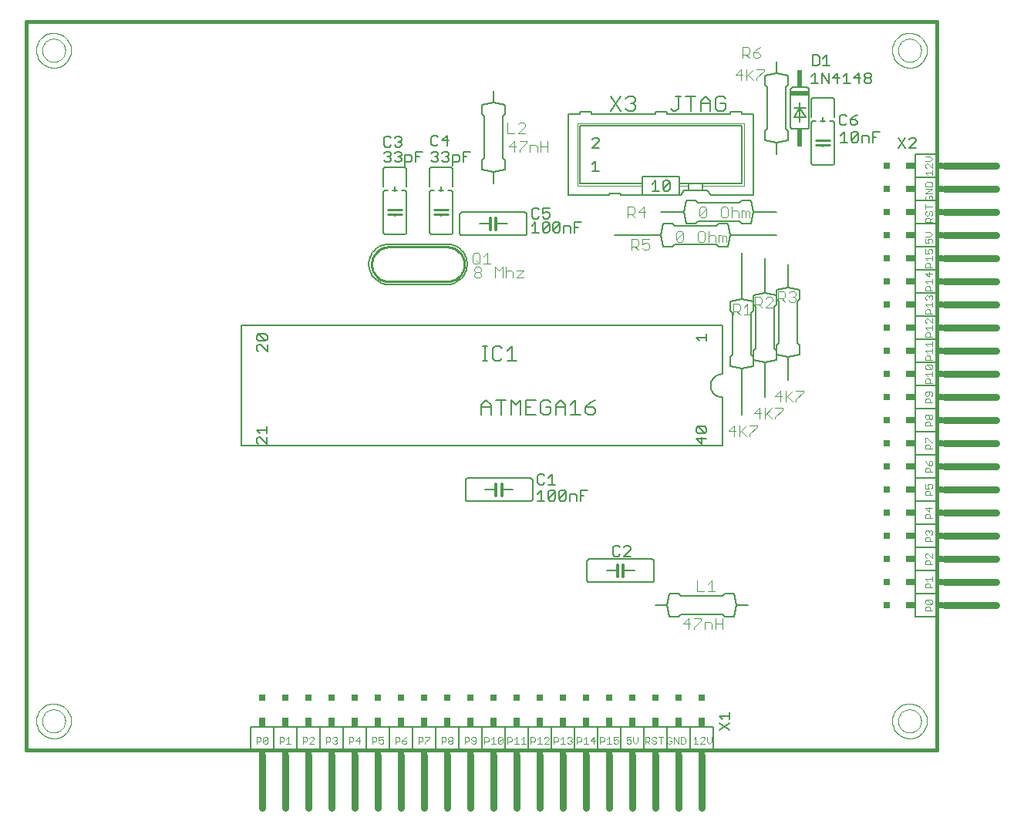
<source format=gbr>
G75*
G70*
%OFA0B0*%
%FSLAX24Y24*%
%IPPOS*%
%LPD*%
%AMOC8*
5,1,8,0,0,1.08239X$1,22.5*
%
%ADD10C,0.0160*%
%ADD11C,0.0000*%
%ADD12C,0.0030*%
%ADD13C,0.0050*%
%ADD14C,0.0070*%
%ADD15C,0.0300*%
%ADD16R,0.0300X0.0200*%
%ADD17R,0.0300X0.0400*%
%ADD18R,0.0300X0.0300*%
%ADD19C,0.0020*%
%ADD20C,0.0120*%
%ADD21C,0.0100*%
%ADD22C,0.0040*%
%ADD23R,0.0800X0.0200*%
%ADD24R,0.0200X0.0750*%
%ADD25R,0.0200X0.0300*%
%ADD26R,0.0400X0.0300*%
D10*
X000190Y002757D02*
X000190Y034253D01*
X039560Y034253D01*
X039560Y002757D01*
X000190Y002757D01*
D11*
X000875Y004005D02*
X000877Y004050D01*
X000883Y004096D01*
X000894Y004140D01*
X000908Y004183D01*
X000926Y004225D01*
X000948Y004265D01*
X000973Y004303D01*
X001002Y004338D01*
X001034Y004370D01*
X001068Y004400D01*
X001106Y004426D01*
X001145Y004449D01*
X001186Y004468D01*
X001229Y004483D01*
X001273Y004495D01*
X001318Y004502D01*
X001364Y004505D01*
X001409Y004504D01*
X001454Y004499D01*
X001499Y004489D01*
X001542Y004476D01*
X001585Y004459D01*
X001625Y004438D01*
X001663Y004413D01*
X001699Y004386D01*
X001733Y004355D01*
X001763Y004321D01*
X001790Y004284D01*
X001814Y004245D01*
X001834Y004204D01*
X001850Y004162D01*
X001862Y004118D01*
X001870Y004073D01*
X001874Y004028D01*
X001874Y003982D01*
X001870Y003937D01*
X001862Y003892D01*
X001850Y003848D01*
X001834Y003806D01*
X001814Y003765D01*
X001790Y003726D01*
X001763Y003689D01*
X001733Y003655D01*
X001699Y003624D01*
X001663Y003597D01*
X001625Y003572D01*
X001585Y003551D01*
X001542Y003534D01*
X001499Y003521D01*
X001454Y003511D01*
X001409Y003506D01*
X001364Y003505D01*
X001318Y003508D01*
X001273Y003515D01*
X001229Y003527D01*
X001186Y003542D01*
X001145Y003561D01*
X001106Y003584D01*
X001068Y003610D01*
X001034Y003640D01*
X001002Y003672D01*
X000973Y003707D01*
X000948Y003745D01*
X000926Y003785D01*
X000908Y003827D01*
X000894Y003870D01*
X000883Y003914D01*
X000877Y003960D01*
X000875Y004005D01*
X000625Y004005D02*
X000628Y004073D01*
X000637Y004141D01*
X000653Y004207D01*
X000674Y004272D01*
X000701Y004335D01*
X000734Y004395D01*
X000772Y004451D01*
X000815Y004504D01*
X000863Y004553D01*
X000915Y004597D01*
X000971Y004637D01*
X001030Y004671D01*
X001092Y004700D01*
X001156Y004722D01*
X001222Y004739D01*
X001290Y004750D01*
X001358Y004755D01*
X001426Y004753D01*
X001494Y004745D01*
X001561Y004732D01*
X001626Y004712D01*
X001689Y004686D01*
X001750Y004655D01*
X001808Y004618D01*
X001861Y004576D01*
X001911Y004529D01*
X001957Y004478D01*
X001997Y004423D01*
X002033Y004365D01*
X002063Y004304D01*
X002087Y004240D01*
X002106Y004174D01*
X002118Y004107D01*
X002124Y004039D01*
X002124Y003971D01*
X002118Y003903D01*
X002106Y003836D01*
X002087Y003770D01*
X002063Y003706D01*
X002033Y003645D01*
X001997Y003587D01*
X001957Y003532D01*
X001911Y003481D01*
X001861Y003434D01*
X001808Y003392D01*
X001750Y003355D01*
X001689Y003324D01*
X001626Y003298D01*
X001561Y003278D01*
X001494Y003265D01*
X001426Y003257D01*
X001358Y003255D01*
X001290Y003260D01*
X001222Y003271D01*
X001156Y003288D01*
X001092Y003310D01*
X001030Y003339D01*
X000971Y003373D01*
X000915Y003413D01*
X000863Y003457D01*
X000815Y003506D01*
X000772Y003559D01*
X000734Y003615D01*
X000701Y003675D01*
X000674Y003738D01*
X000653Y003803D01*
X000637Y003869D01*
X000628Y003937D01*
X000625Y004005D01*
X000875Y033005D02*
X000877Y033050D01*
X000883Y033096D01*
X000894Y033140D01*
X000908Y033183D01*
X000926Y033225D01*
X000948Y033265D01*
X000973Y033303D01*
X001002Y033338D01*
X001034Y033370D01*
X001068Y033400D01*
X001106Y033426D01*
X001145Y033449D01*
X001186Y033468D01*
X001229Y033483D01*
X001273Y033495D01*
X001318Y033502D01*
X001364Y033505D01*
X001409Y033504D01*
X001454Y033499D01*
X001499Y033489D01*
X001542Y033476D01*
X001585Y033459D01*
X001625Y033438D01*
X001663Y033413D01*
X001699Y033386D01*
X001733Y033355D01*
X001763Y033321D01*
X001790Y033284D01*
X001814Y033245D01*
X001834Y033204D01*
X001850Y033162D01*
X001862Y033118D01*
X001870Y033073D01*
X001874Y033028D01*
X001874Y032982D01*
X001870Y032937D01*
X001862Y032892D01*
X001850Y032848D01*
X001834Y032806D01*
X001814Y032765D01*
X001790Y032726D01*
X001763Y032689D01*
X001733Y032655D01*
X001699Y032624D01*
X001663Y032597D01*
X001625Y032572D01*
X001585Y032551D01*
X001542Y032534D01*
X001499Y032521D01*
X001454Y032511D01*
X001409Y032506D01*
X001364Y032505D01*
X001318Y032508D01*
X001273Y032515D01*
X001229Y032527D01*
X001186Y032542D01*
X001145Y032561D01*
X001106Y032584D01*
X001068Y032610D01*
X001034Y032640D01*
X001002Y032672D01*
X000973Y032707D01*
X000948Y032745D01*
X000926Y032785D01*
X000908Y032827D01*
X000894Y032870D01*
X000883Y032914D01*
X000877Y032960D01*
X000875Y033005D01*
X000625Y033005D02*
X000628Y033073D01*
X000637Y033141D01*
X000653Y033207D01*
X000674Y033272D01*
X000701Y033335D01*
X000734Y033395D01*
X000772Y033451D01*
X000815Y033504D01*
X000863Y033553D01*
X000915Y033597D01*
X000971Y033637D01*
X001030Y033671D01*
X001092Y033700D01*
X001156Y033722D01*
X001222Y033739D01*
X001290Y033750D01*
X001358Y033755D01*
X001426Y033753D01*
X001494Y033745D01*
X001561Y033732D01*
X001626Y033712D01*
X001689Y033686D01*
X001750Y033655D01*
X001808Y033618D01*
X001861Y033576D01*
X001911Y033529D01*
X001957Y033478D01*
X001997Y033423D01*
X002033Y033365D01*
X002063Y033304D01*
X002087Y033240D01*
X002106Y033174D01*
X002118Y033107D01*
X002124Y033039D01*
X002124Y032971D01*
X002118Y032903D01*
X002106Y032836D01*
X002087Y032770D01*
X002063Y032706D01*
X002033Y032645D01*
X001997Y032587D01*
X001957Y032532D01*
X001911Y032481D01*
X001861Y032434D01*
X001808Y032392D01*
X001750Y032355D01*
X001689Y032324D01*
X001626Y032298D01*
X001561Y032278D01*
X001494Y032265D01*
X001426Y032257D01*
X001358Y032255D01*
X001290Y032260D01*
X001222Y032271D01*
X001156Y032288D01*
X001092Y032310D01*
X001030Y032339D01*
X000971Y032373D01*
X000915Y032413D01*
X000863Y032457D01*
X000815Y032506D01*
X000772Y032559D01*
X000734Y032615D01*
X000701Y032675D01*
X000674Y032738D01*
X000653Y032803D01*
X000637Y032869D01*
X000628Y032937D01*
X000625Y033005D01*
X037875Y033005D02*
X037877Y033050D01*
X037883Y033096D01*
X037894Y033140D01*
X037908Y033183D01*
X037926Y033225D01*
X037948Y033265D01*
X037973Y033303D01*
X038002Y033338D01*
X038034Y033370D01*
X038068Y033400D01*
X038106Y033426D01*
X038145Y033449D01*
X038186Y033468D01*
X038229Y033483D01*
X038273Y033495D01*
X038318Y033502D01*
X038364Y033505D01*
X038409Y033504D01*
X038454Y033499D01*
X038499Y033489D01*
X038542Y033476D01*
X038585Y033459D01*
X038625Y033438D01*
X038663Y033413D01*
X038699Y033386D01*
X038733Y033355D01*
X038763Y033321D01*
X038790Y033284D01*
X038814Y033245D01*
X038834Y033204D01*
X038850Y033162D01*
X038862Y033118D01*
X038870Y033073D01*
X038874Y033028D01*
X038874Y032982D01*
X038870Y032937D01*
X038862Y032892D01*
X038850Y032848D01*
X038834Y032806D01*
X038814Y032765D01*
X038790Y032726D01*
X038763Y032689D01*
X038733Y032655D01*
X038699Y032624D01*
X038663Y032597D01*
X038625Y032572D01*
X038585Y032551D01*
X038542Y032534D01*
X038499Y032521D01*
X038454Y032511D01*
X038409Y032506D01*
X038364Y032505D01*
X038318Y032508D01*
X038273Y032515D01*
X038229Y032527D01*
X038186Y032542D01*
X038145Y032561D01*
X038106Y032584D01*
X038068Y032610D01*
X038034Y032640D01*
X038002Y032672D01*
X037973Y032707D01*
X037948Y032745D01*
X037926Y032785D01*
X037908Y032827D01*
X037894Y032870D01*
X037883Y032914D01*
X037877Y032960D01*
X037875Y033005D01*
X037625Y033005D02*
X037628Y033073D01*
X037637Y033141D01*
X037653Y033207D01*
X037674Y033272D01*
X037701Y033335D01*
X037734Y033395D01*
X037772Y033451D01*
X037815Y033504D01*
X037863Y033553D01*
X037915Y033597D01*
X037971Y033637D01*
X038030Y033671D01*
X038092Y033700D01*
X038156Y033722D01*
X038222Y033739D01*
X038290Y033750D01*
X038358Y033755D01*
X038426Y033753D01*
X038494Y033745D01*
X038561Y033732D01*
X038626Y033712D01*
X038689Y033686D01*
X038750Y033655D01*
X038808Y033618D01*
X038861Y033576D01*
X038911Y033529D01*
X038957Y033478D01*
X038997Y033423D01*
X039033Y033365D01*
X039063Y033304D01*
X039087Y033240D01*
X039106Y033174D01*
X039118Y033107D01*
X039124Y033039D01*
X039124Y032971D01*
X039118Y032903D01*
X039106Y032836D01*
X039087Y032770D01*
X039063Y032706D01*
X039033Y032645D01*
X038997Y032587D01*
X038957Y032532D01*
X038911Y032481D01*
X038861Y032434D01*
X038808Y032392D01*
X038750Y032355D01*
X038689Y032324D01*
X038626Y032298D01*
X038561Y032278D01*
X038494Y032265D01*
X038426Y032257D01*
X038358Y032255D01*
X038290Y032260D01*
X038222Y032271D01*
X038156Y032288D01*
X038092Y032310D01*
X038030Y032339D01*
X037971Y032373D01*
X037915Y032413D01*
X037863Y032457D01*
X037815Y032506D01*
X037772Y032559D01*
X037734Y032615D01*
X037701Y032675D01*
X037674Y032738D01*
X037653Y032803D01*
X037637Y032869D01*
X037628Y032937D01*
X037625Y033005D01*
X037875Y004005D02*
X037877Y004050D01*
X037883Y004096D01*
X037894Y004140D01*
X037908Y004183D01*
X037926Y004225D01*
X037948Y004265D01*
X037973Y004303D01*
X038002Y004338D01*
X038034Y004370D01*
X038068Y004400D01*
X038106Y004426D01*
X038145Y004449D01*
X038186Y004468D01*
X038229Y004483D01*
X038273Y004495D01*
X038318Y004502D01*
X038364Y004505D01*
X038409Y004504D01*
X038454Y004499D01*
X038499Y004489D01*
X038542Y004476D01*
X038585Y004459D01*
X038625Y004438D01*
X038663Y004413D01*
X038699Y004386D01*
X038733Y004355D01*
X038763Y004321D01*
X038790Y004284D01*
X038814Y004245D01*
X038834Y004204D01*
X038850Y004162D01*
X038862Y004118D01*
X038870Y004073D01*
X038874Y004028D01*
X038874Y003982D01*
X038870Y003937D01*
X038862Y003892D01*
X038850Y003848D01*
X038834Y003806D01*
X038814Y003765D01*
X038790Y003726D01*
X038763Y003689D01*
X038733Y003655D01*
X038699Y003624D01*
X038663Y003597D01*
X038625Y003572D01*
X038585Y003551D01*
X038542Y003534D01*
X038499Y003521D01*
X038454Y003511D01*
X038409Y003506D01*
X038364Y003505D01*
X038318Y003508D01*
X038273Y003515D01*
X038229Y003527D01*
X038186Y003542D01*
X038145Y003561D01*
X038106Y003584D01*
X038068Y003610D01*
X038034Y003640D01*
X038002Y003672D01*
X037973Y003707D01*
X037948Y003745D01*
X037926Y003785D01*
X037908Y003827D01*
X037894Y003870D01*
X037883Y003914D01*
X037877Y003960D01*
X037875Y004005D01*
X037625Y004005D02*
X037628Y004073D01*
X037637Y004141D01*
X037653Y004207D01*
X037674Y004272D01*
X037701Y004335D01*
X037734Y004395D01*
X037772Y004451D01*
X037815Y004504D01*
X037863Y004553D01*
X037915Y004597D01*
X037971Y004637D01*
X038030Y004671D01*
X038092Y004700D01*
X038156Y004722D01*
X038222Y004739D01*
X038290Y004750D01*
X038358Y004755D01*
X038426Y004753D01*
X038494Y004745D01*
X038561Y004732D01*
X038626Y004712D01*
X038689Y004686D01*
X038750Y004655D01*
X038808Y004618D01*
X038861Y004576D01*
X038911Y004529D01*
X038957Y004478D01*
X038997Y004423D01*
X039033Y004365D01*
X039063Y004304D01*
X039087Y004240D01*
X039106Y004174D01*
X039118Y004107D01*
X039124Y004039D01*
X039124Y003971D01*
X039118Y003903D01*
X039106Y003836D01*
X039087Y003770D01*
X039063Y003706D01*
X039033Y003645D01*
X038997Y003587D01*
X038957Y003532D01*
X038911Y003481D01*
X038861Y003434D01*
X038808Y003392D01*
X038750Y003355D01*
X038689Y003324D01*
X038626Y003298D01*
X038561Y003278D01*
X038494Y003265D01*
X038426Y003257D01*
X038358Y003255D01*
X038290Y003260D01*
X038222Y003271D01*
X038156Y003288D01*
X038092Y003310D01*
X038030Y003339D01*
X037971Y003373D01*
X037915Y003413D01*
X037863Y003457D01*
X037815Y003506D01*
X037772Y003559D01*
X037734Y003615D01*
X037701Y003675D01*
X037674Y003738D01*
X037653Y003803D01*
X037637Y003869D01*
X037628Y003937D01*
X037625Y004005D01*
D12*
X039070Y008770D02*
X039070Y008915D01*
X039118Y008963D01*
X039215Y008963D01*
X039264Y008915D01*
X039264Y008770D01*
X039360Y008770D02*
X039070Y008770D01*
X039118Y009064D02*
X039070Y009113D01*
X039070Y009209D01*
X039118Y009258D01*
X039312Y009064D01*
X039360Y009113D01*
X039360Y009209D01*
X039312Y009258D01*
X039118Y009258D01*
X039118Y009064D02*
X039312Y009064D01*
X039360Y009770D02*
X039070Y009770D01*
X039070Y009915D01*
X039118Y009963D01*
X039215Y009963D01*
X039264Y009915D01*
X039264Y009770D01*
X039360Y010064D02*
X039360Y010258D01*
X039360Y010161D02*
X039070Y010161D01*
X039167Y010064D01*
X039264Y010770D02*
X039264Y010915D01*
X039215Y010963D01*
X039118Y010963D01*
X039070Y010915D01*
X039070Y010770D01*
X039360Y010770D01*
X039360Y011064D02*
X039167Y011258D01*
X039118Y011258D01*
X039070Y011209D01*
X039070Y011113D01*
X039118Y011064D01*
X039360Y011064D02*
X039360Y011258D01*
X039360Y011770D02*
X039070Y011770D01*
X039070Y011915D01*
X039118Y011963D01*
X039215Y011963D01*
X039264Y011915D01*
X039264Y011770D01*
X039312Y012064D02*
X039360Y012113D01*
X039360Y012209D01*
X039312Y012258D01*
X039264Y012258D01*
X039215Y012209D01*
X039215Y012161D01*
X039215Y012209D02*
X039167Y012258D01*
X039118Y012258D01*
X039070Y012209D01*
X039070Y012113D01*
X039118Y012064D01*
X039070Y012770D02*
X039070Y012915D01*
X039118Y012963D01*
X039215Y012963D01*
X039264Y012915D01*
X039264Y012770D01*
X039360Y012770D02*
X039070Y012770D01*
X039215Y013064D02*
X039215Y013258D01*
X039070Y013209D02*
X039215Y013064D01*
X039360Y013209D02*
X039070Y013209D01*
X039070Y013770D02*
X039070Y013915D01*
X039118Y013963D01*
X039215Y013963D01*
X039264Y013915D01*
X039264Y013770D01*
X039360Y013770D02*
X039070Y013770D01*
X039070Y014064D02*
X039215Y014064D01*
X039167Y014161D01*
X039167Y014209D01*
X039215Y014258D01*
X039312Y014258D01*
X039360Y014209D01*
X039360Y014113D01*
X039312Y014064D01*
X039070Y014064D02*
X039070Y014258D01*
X039070Y014770D02*
X039070Y014915D01*
X039118Y014963D01*
X039215Y014963D01*
X039264Y014915D01*
X039264Y014770D01*
X039360Y014770D02*
X039070Y014770D01*
X039215Y015064D02*
X039215Y015209D01*
X039264Y015258D01*
X039312Y015258D01*
X039360Y015209D01*
X039360Y015113D01*
X039312Y015064D01*
X039215Y015064D01*
X039118Y015161D01*
X039070Y015258D01*
X039070Y015770D02*
X039070Y015915D01*
X039118Y015963D01*
X039215Y015963D01*
X039264Y015915D01*
X039264Y015770D01*
X039360Y015770D02*
X039070Y015770D01*
X039070Y016064D02*
X039070Y016258D01*
X039118Y016258D01*
X039312Y016064D01*
X039360Y016064D01*
X039360Y016770D02*
X039070Y016770D01*
X039070Y016915D01*
X039118Y016963D01*
X039215Y016963D01*
X039264Y016915D01*
X039264Y016770D01*
X039264Y017064D02*
X039215Y017113D01*
X039215Y017209D01*
X039264Y017258D01*
X039312Y017258D01*
X039360Y017209D01*
X039360Y017113D01*
X039312Y017064D01*
X039264Y017064D01*
X039215Y017113D02*
X039167Y017064D01*
X039118Y017064D01*
X039070Y017113D01*
X039070Y017209D01*
X039118Y017258D01*
X039167Y017258D01*
X039215Y017209D01*
X039264Y017770D02*
X039264Y017915D01*
X039215Y017963D01*
X039118Y017963D01*
X039070Y017915D01*
X039070Y017770D01*
X039360Y017770D01*
X039312Y018064D02*
X039360Y018113D01*
X039360Y018209D01*
X039312Y018258D01*
X039118Y018258D01*
X039070Y018209D01*
X039070Y018113D01*
X039118Y018064D01*
X039167Y018064D01*
X039215Y018113D01*
X039215Y018258D01*
X039264Y018620D02*
X039264Y018765D01*
X039215Y018813D01*
X039118Y018813D01*
X039070Y018765D01*
X039070Y018620D01*
X039360Y018620D01*
X039360Y018914D02*
X039360Y019108D01*
X039360Y019011D02*
X039070Y019011D01*
X039167Y018914D01*
X039118Y019209D02*
X039070Y019257D01*
X039070Y019354D01*
X039118Y019402D01*
X039312Y019209D01*
X039360Y019257D01*
X039360Y019354D01*
X039312Y019402D01*
X039118Y019402D01*
X039118Y019209D02*
X039312Y019209D01*
X039360Y019620D02*
X039070Y019620D01*
X039070Y019765D01*
X039118Y019813D01*
X039215Y019813D01*
X039264Y019765D01*
X039264Y019620D01*
X039360Y019914D02*
X039360Y020108D01*
X039360Y020011D02*
X039070Y020011D01*
X039167Y019914D01*
X039167Y020209D02*
X039070Y020306D01*
X039360Y020306D01*
X039360Y020402D02*
X039360Y020209D01*
X039360Y020620D02*
X039070Y020620D01*
X039070Y020765D01*
X039118Y020813D01*
X039215Y020813D01*
X039264Y020765D01*
X039264Y020620D01*
X039360Y020914D02*
X039360Y021108D01*
X039360Y021011D02*
X039070Y021011D01*
X039167Y020914D01*
X039118Y021209D02*
X039070Y021257D01*
X039070Y021354D01*
X039118Y021402D01*
X039167Y021402D01*
X039360Y021209D01*
X039360Y021402D01*
X039360Y021620D02*
X039070Y021620D01*
X039070Y021765D01*
X039118Y021813D01*
X039215Y021813D01*
X039264Y021765D01*
X039264Y021620D01*
X039360Y021914D02*
X039360Y022108D01*
X039360Y022011D02*
X039070Y022011D01*
X039167Y021914D01*
X039118Y022209D02*
X039070Y022257D01*
X039070Y022354D01*
X039118Y022402D01*
X039167Y022402D01*
X039215Y022354D01*
X039264Y022402D01*
X039312Y022402D01*
X039360Y022354D01*
X039360Y022257D01*
X039312Y022209D01*
X039215Y022306D02*
X039215Y022354D01*
X039264Y022620D02*
X039264Y022765D01*
X039215Y022813D01*
X039118Y022813D01*
X039070Y022765D01*
X039070Y022620D01*
X039360Y022620D01*
X039360Y022914D02*
X039360Y023108D01*
X039360Y023011D02*
X039070Y023011D01*
X039167Y022914D01*
X039215Y023209D02*
X039215Y023402D01*
X039070Y023354D02*
X039215Y023209D01*
X039360Y023354D02*
X039070Y023354D01*
X039070Y023620D02*
X039070Y023765D01*
X039118Y023813D01*
X039215Y023813D01*
X039264Y023765D01*
X039264Y023620D01*
X039360Y023620D02*
X039070Y023620D01*
X039167Y023914D02*
X039070Y024011D01*
X039360Y024011D01*
X039360Y023914D02*
X039360Y024108D01*
X039312Y024209D02*
X039360Y024257D01*
X039360Y024354D01*
X039312Y024402D01*
X039215Y024402D01*
X039167Y024354D01*
X039167Y024306D01*
X039215Y024209D01*
X039070Y024209D01*
X039070Y024402D01*
X039070Y024670D02*
X039215Y024670D01*
X039167Y024766D01*
X039167Y024815D01*
X039215Y024863D01*
X039312Y024863D01*
X039360Y024815D01*
X039360Y024718D01*
X039312Y024670D01*
X039070Y024670D02*
X039070Y024863D01*
X039070Y024964D02*
X039264Y024964D01*
X039360Y025061D01*
X039264Y025158D01*
X039070Y025158D01*
X039070Y025570D02*
X039070Y025715D01*
X039118Y025763D01*
X039215Y025763D01*
X039264Y025715D01*
X039264Y025570D01*
X039360Y025570D02*
X039070Y025570D01*
X039264Y025666D02*
X039360Y025763D01*
X039312Y025864D02*
X039360Y025913D01*
X039360Y026009D01*
X039312Y026058D01*
X039264Y026058D01*
X039215Y026009D01*
X039215Y025913D01*
X039167Y025864D01*
X039118Y025864D01*
X039070Y025913D01*
X039070Y026009D01*
X039118Y026058D01*
X039070Y026159D02*
X039070Y026352D01*
X039070Y026256D02*
X039360Y026256D01*
X039312Y026520D02*
X039360Y026568D01*
X039360Y026665D01*
X039312Y026713D01*
X039215Y026713D01*
X039215Y026616D01*
X039118Y026520D02*
X039312Y026520D01*
X039118Y026520D02*
X039070Y026568D01*
X039070Y026665D01*
X039118Y026713D01*
X039070Y026814D02*
X039360Y027008D01*
X039070Y027008D01*
X039070Y027109D02*
X039070Y027254D01*
X039118Y027302D01*
X039312Y027302D01*
X039360Y027254D01*
X039360Y027109D01*
X039070Y027109D01*
X039070Y026814D02*
X039360Y026814D01*
X039360Y027620D02*
X039360Y027813D01*
X039360Y027716D02*
X039070Y027716D01*
X039167Y027620D01*
X039118Y027914D02*
X039070Y027963D01*
X039070Y028059D01*
X039118Y028108D01*
X039167Y028108D01*
X039360Y027914D01*
X039360Y028108D01*
X039264Y028209D02*
X039360Y028306D01*
X039264Y028402D01*
X039070Y028402D01*
X039070Y028209D02*
X039264Y028209D01*
X029823Y003310D02*
X029823Y003116D01*
X029726Y003020D01*
X029630Y003116D01*
X029630Y003310D01*
X029528Y003261D02*
X029480Y003310D01*
X029383Y003310D01*
X029335Y003261D01*
X029528Y003261D02*
X029528Y003213D01*
X029335Y003020D01*
X029528Y003020D01*
X029234Y003020D02*
X029040Y003020D01*
X029137Y003020D02*
X029137Y003310D01*
X029040Y003213D01*
X028673Y003261D02*
X028673Y003068D01*
X028625Y003020D01*
X028480Y003020D01*
X028480Y003310D01*
X028625Y003310D01*
X028673Y003261D01*
X028378Y003310D02*
X028378Y003020D01*
X028185Y003310D01*
X028185Y003020D01*
X028084Y003068D02*
X028084Y003165D01*
X027987Y003165D01*
X028084Y003261D02*
X028035Y003310D01*
X027939Y003310D01*
X027890Y003261D01*
X027890Y003068D01*
X027939Y003020D01*
X028035Y003020D01*
X028084Y003068D01*
X027723Y003310D02*
X027530Y003310D01*
X027626Y003310D02*
X027626Y003020D01*
X027428Y003068D02*
X027380Y003020D01*
X027283Y003020D01*
X027235Y003068D01*
X027283Y003165D02*
X027380Y003165D01*
X027428Y003116D01*
X027428Y003068D01*
X027283Y003165D02*
X027235Y003213D01*
X027235Y003261D01*
X027283Y003310D01*
X027380Y003310D01*
X027428Y003261D01*
X027134Y003261D02*
X027134Y003165D01*
X027085Y003116D01*
X026940Y003116D01*
X026940Y003020D02*
X026940Y003310D01*
X027085Y003310D01*
X027134Y003261D01*
X027037Y003116D02*
X027134Y003020D01*
X026628Y003116D02*
X026628Y003310D01*
X026435Y003310D02*
X026435Y003116D01*
X026532Y003020D01*
X026628Y003116D01*
X026334Y003068D02*
X026285Y003020D01*
X026189Y003020D01*
X026140Y003068D01*
X026140Y003165D02*
X026237Y003213D01*
X026285Y003213D01*
X026334Y003165D01*
X026334Y003068D01*
X026140Y003165D02*
X026140Y003310D01*
X026334Y003310D01*
X025773Y003310D02*
X025580Y003310D01*
X025580Y003165D01*
X025676Y003213D01*
X025725Y003213D01*
X025773Y003165D01*
X025773Y003068D01*
X025725Y003020D01*
X025628Y003020D01*
X025580Y003068D01*
X025478Y003020D02*
X025285Y003020D01*
X025382Y003020D02*
X025382Y003310D01*
X025285Y003213D01*
X025184Y003165D02*
X025135Y003116D01*
X024990Y003116D01*
X024990Y003020D02*
X024990Y003310D01*
X025135Y003310D01*
X025184Y003261D01*
X025184Y003165D01*
X024773Y003165D02*
X024580Y003165D01*
X024725Y003310D01*
X024725Y003020D01*
X024478Y003020D02*
X024285Y003020D01*
X024382Y003020D02*
X024382Y003310D01*
X024285Y003213D01*
X024184Y003165D02*
X024135Y003116D01*
X023990Y003116D01*
X023990Y003020D02*
X023990Y003310D01*
X024135Y003310D01*
X024184Y003261D01*
X024184Y003165D01*
X023773Y003213D02*
X023725Y003165D01*
X023773Y003116D01*
X023773Y003068D01*
X023725Y003020D01*
X023628Y003020D01*
X023580Y003068D01*
X023478Y003020D02*
X023285Y003020D01*
X023382Y003020D02*
X023382Y003310D01*
X023285Y003213D01*
X023184Y003165D02*
X023135Y003116D01*
X022990Y003116D01*
X022990Y003020D02*
X022990Y003310D01*
X023135Y003310D01*
X023184Y003261D01*
X023184Y003165D01*
X023580Y003261D02*
X023628Y003310D01*
X023725Y003310D01*
X023773Y003261D01*
X023773Y003213D01*
X023725Y003165D02*
X023676Y003165D01*
X022773Y003213D02*
X022580Y003020D01*
X022773Y003020D01*
X022773Y003213D02*
X022773Y003261D01*
X022725Y003310D01*
X022628Y003310D01*
X022580Y003261D01*
X022382Y003310D02*
X022382Y003020D01*
X022478Y003020D02*
X022285Y003020D01*
X022184Y003165D02*
X022135Y003116D01*
X021990Y003116D01*
X021990Y003020D02*
X021990Y003310D01*
X022135Y003310D01*
X022184Y003261D01*
X022184Y003165D01*
X022285Y003213D02*
X022382Y003310D01*
X021773Y003020D02*
X021580Y003020D01*
X021676Y003020D02*
X021676Y003310D01*
X021580Y003213D01*
X021478Y003020D02*
X021285Y003020D01*
X021382Y003020D02*
X021382Y003310D01*
X021285Y003213D01*
X021184Y003165D02*
X021135Y003116D01*
X020990Y003116D01*
X020990Y003020D02*
X020990Y003310D01*
X021135Y003310D01*
X021184Y003261D01*
X021184Y003165D01*
X020773Y003261D02*
X020580Y003068D01*
X020628Y003020D01*
X020725Y003020D01*
X020773Y003068D01*
X020773Y003261D01*
X020725Y003310D01*
X020628Y003310D01*
X020580Y003261D01*
X020580Y003068D01*
X020478Y003020D02*
X020285Y003020D01*
X020382Y003020D02*
X020382Y003310D01*
X020285Y003213D01*
X020184Y003165D02*
X020135Y003116D01*
X019990Y003116D01*
X019990Y003020D02*
X019990Y003310D01*
X020135Y003310D01*
X020184Y003261D01*
X020184Y003165D01*
X019628Y003165D02*
X019483Y003165D01*
X019435Y003213D01*
X019435Y003261D01*
X019483Y003310D01*
X019580Y003310D01*
X019628Y003261D01*
X019628Y003068D01*
X019580Y003020D01*
X019483Y003020D01*
X019435Y003068D01*
X019334Y003165D02*
X019285Y003116D01*
X019140Y003116D01*
X019140Y003020D02*
X019140Y003310D01*
X019285Y003310D01*
X019334Y003261D01*
X019334Y003165D01*
X018628Y003213D02*
X018580Y003165D01*
X018483Y003165D01*
X018435Y003213D01*
X018435Y003261D01*
X018483Y003310D01*
X018580Y003310D01*
X018628Y003261D01*
X018628Y003213D01*
X018580Y003165D02*
X018628Y003116D01*
X018628Y003068D01*
X018580Y003020D01*
X018483Y003020D01*
X018435Y003068D01*
X018435Y003116D01*
X018483Y003165D01*
X018334Y003165D02*
X018285Y003116D01*
X018140Y003116D01*
X018140Y003020D02*
X018140Y003310D01*
X018285Y003310D01*
X018334Y003261D01*
X018334Y003165D01*
X017628Y003261D02*
X017435Y003068D01*
X017435Y003020D01*
X017334Y003165D02*
X017285Y003116D01*
X017140Y003116D01*
X017140Y003020D02*
X017140Y003310D01*
X017285Y003310D01*
X017334Y003261D01*
X017334Y003165D01*
X017435Y003310D02*
X017628Y003310D01*
X017628Y003261D01*
X016628Y003310D02*
X016532Y003261D01*
X016435Y003165D01*
X016580Y003165D01*
X016628Y003116D01*
X016628Y003068D01*
X016580Y003020D01*
X016483Y003020D01*
X016435Y003068D01*
X016435Y003165D01*
X016334Y003165D02*
X016285Y003116D01*
X016140Y003116D01*
X016140Y003020D02*
X016140Y003310D01*
X016285Y003310D01*
X016334Y003261D01*
X016334Y003165D01*
X015628Y003165D02*
X015628Y003068D01*
X015580Y003020D01*
X015483Y003020D01*
X015435Y003068D01*
X015435Y003165D02*
X015532Y003213D01*
X015580Y003213D01*
X015628Y003165D01*
X015628Y003310D02*
X015435Y003310D01*
X015435Y003165D01*
X015334Y003165D02*
X015285Y003116D01*
X015140Y003116D01*
X015140Y003020D02*
X015140Y003310D01*
X015285Y003310D01*
X015334Y003261D01*
X015334Y003165D01*
X014628Y003165D02*
X014435Y003165D01*
X014580Y003310D01*
X014580Y003020D01*
X014334Y003165D02*
X014285Y003116D01*
X014140Y003116D01*
X014140Y003020D02*
X014140Y003310D01*
X014285Y003310D01*
X014334Y003261D01*
X014334Y003165D01*
X013628Y003213D02*
X013580Y003165D01*
X013628Y003116D01*
X013628Y003068D01*
X013580Y003020D01*
X013483Y003020D01*
X013435Y003068D01*
X013532Y003165D02*
X013580Y003165D01*
X013628Y003213D02*
X013628Y003261D01*
X013580Y003310D01*
X013483Y003310D01*
X013435Y003261D01*
X013334Y003261D02*
X013334Y003165D01*
X013285Y003116D01*
X013140Y003116D01*
X013140Y003020D02*
X013140Y003310D01*
X013285Y003310D01*
X013334Y003261D01*
X012628Y003261D02*
X012580Y003310D01*
X012483Y003310D01*
X012435Y003261D01*
X012334Y003261D02*
X012334Y003165D01*
X012285Y003116D01*
X012140Y003116D01*
X012140Y003020D02*
X012140Y003310D01*
X012285Y003310D01*
X012334Y003261D01*
X012435Y003020D02*
X012628Y003213D01*
X012628Y003261D01*
X012628Y003020D02*
X012435Y003020D01*
X011628Y003020D02*
X011435Y003020D01*
X011532Y003020D02*
X011532Y003310D01*
X011435Y003213D01*
X011334Y003165D02*
X011285Y003116D01*
X011140Y003116D01*
X011140Y003020D02*
X011140Y003310D01*
X011285Y003310D01*
X011334Y003261D01*
X011334Y003165D01*
X010628Y003261D02*
X010628Y003068D01*
X010580Y003020D01*
X010483Y003020D01*
X010435Y003068D01*
X010628Y003261D01*
X010580Y003310D01*
X010483Y003310D01*
X010435Y003261D01*
X010435Y003068D01*
X010334Y003165D02*
X010285Y003116D01*
X010140Y003116D01*
X010140Y003020D02*
X010140Y003310D01*
X010285Y003310D01*
X010334Y003261D01*
X010334Y003165D01*
D13*
X009875Y002755D02*
X009875Y003755D01*
X010875Y003755D01*
X010875Y002755D01*
X009875Y002755D01*
X010875Y002755D02*
X011875Y002755D01*
X012875Y002755D01*
X013875Y002755D01*
X014875Y002755D01*
X015875Y002755D01*
X016875Y002755D01*
X017875Y002755D01*
X018875Y002755D01*
X019875Y002755D01*
X020875Y002755D01*
X021875Y002755D01*
X022875Y002755D01*
X023875Y002755D01*
X024875Y002755D01*
X025875Y002755D01*
X026875Y002755D01*
X027875Y002755D01*
X028875Y002755D01*
X029875Y002755D01*
X029875Y003755D01*
X028875Y003755D01*
X027875Y003755D01*
X026875Y003755D01*
X025875Y003755D01*
X024875Y003755D01*
X023875Y003755D01*
X022875Y003755D01*
X021875Y003755D01*
X020875Y003755D01*
X019875Y003755D01*
X018875Y003755D01*
X017875Y003755D01*
X016875Y003755D01*
X015875Y003755D01*
X014875Y003755D01*
X013875Y003755D01*
X012875Y003755D01*
X011875Y003755D01*
X010875Y003755D01*
X011875Y003755D02*
X011875Y002755D01*
X012875Y002755D02*
X012875Y003755D01*
X013875Y003755D02*
X013875Y002755D01*
X014875Y002755D02*
X014875Y003755D01*
X015875Y003755D02*
X015875Y002755D01*
X016875Y002755D02*
X016875Y003755D01*
X017875Y003755D02*
X017875Y002755D01*
X018875Y002755D02*
X018875Y003755D01*
X019875Y003755D02*
X019875Y002755D01*
X020875Y002755D02*
X020875Y003755D01*
X021875Y003755D02*
X021875Y002755D01*
X022875Y002755D02*
X022875Y003755D01*
X023875Y003755D02*
X023875Y002755D01*
X024875Y002755D02*
X024875Y003755D01*
X025875Y003755D02*
X025875Y002755D01*
X026875Y002755D02*
X026875Y003755D01*
X027875Y003755D02*
X027875Y002755D01*
X028875Y002755D02*
X028875Y003755D01*
X030150Y003609D02*
X030600Y003909D01*
X030600Y004069D02*
X030600Y004369D01*
X030600Y004219D02*
X030150Y004219D01*
X030300Y004069D01*
X030150Y003909D02*
X030600Y003609D01*
X030775Y008505D02*
X030375Y008505D01*
X030275Y008605D01*
X028475Y008605D01*
X028375Y008505D01*
X027975Y008505D01*
X027875Y009005D01*
X027375Y009005D01*
X027875Y009005D02*
X027975Y009505D01*
X028375Y009505D01*
X028475Y009405D01*
X030275Y009405D01*
X030375Y009505D01*
X030775Y009505D01*
X030875Y009005D01*
X030775Y008505D01*
X030875Y009005D02*
X031375Y009005D01*
X027325Y010105D02*
X027325Y010905D01*
X027323Y010925D01*
X027317Y010943D01*
X027308Y010961D01*
X027296Y010976D01*
X027281Y010988D01*
X027263Y010997D01*
X027245Y011003D01*
X027225Y011005D01*
X024525Y011005D01*
X024505Y011003D01*
X024487Y010997D01*
X024469Y010988D01*
X024454Y010976D01*
X024442Y010961D01*
X024433Y010943D01*
X024427Y010925D01*
X024425Y010905D01*
X024425Y010105D01*
X024427Y010085D01*
X024433Y010067D01*
X024442Y010049D01*
X024454Y010034D01*
X024469Y010022D01*
X024487Y010013D01*
X024505Y010007D01*
X024525Y010005D01*
X027225Y010005D01*
X027245Y010007D01*
X027263Y010013D01*
X027281Y010022D01*
X027296Y010034D01*
X027308Y010049D01*
X027317Y010067D01*
X027323Y010085D01*
X027325Y010105D01*
X026475Y010505D02*
X025995Y010505D01*
X025745Y010505D02*
X025275Y010505D01*
X025625Y011130D02*
X025775Y011130D01*
X025851Y011205D01*
X026011Y011130D02*
X026311Y011430D01*
X026311Y011505D01*
X026236Y011580D01*
X026086Y011580D01*
X026011Y011505D01*
X025851Y011505D02*
X025775Y011580D01*
X025625Y011580D01*
X025550Y011505D01*
X025550Y011205D01*
X025625Y011130D01*
X026011Y011130D02*
X026311Y011130D01*
X024142Y013530D02*
X024142Y013980D01*
X024442Y013980D01*
X024292Y013755D02*
X024142Y013755D01*
X023982Y013755D02*
X023982Y013530D01*
X023982Y013755D02*
X023906Y013830D01*
X023681Y013830D01*
X023681Y013530D01*
X023521Y013605D02*
X023446Y013530D01*
X023296Y013530D01*
X023221Y013605D01*
X023521Y013905D01*
X023521Y013605D01*
X023521Y013905D02*
X023446Y013980D01*
X023296Y013980D01*
X023221Y013905D01*
X023221Y013605D01*
X023061Y013605D02*
X022986Y013530D01*
X022836Y013530D01*
X022761Y013605D01*
X023061Y013905D01*
X023061Y013605D01*
X023061Y013905D02*
X022986Y013980D01*
X022836Y013980D01*
X022761Y013905D01*
X022761Y013605D01*
X022601Y013530D02*
X022300Y013530D01*
X022450Y013530D02*
X022450Y013980D01*
X022300Y013830D01*
X022075Y013605D02*
X022075Y014405D01*
X022073Y014425D01*
X022067Y014443D01*
X022058Y014461D01*
X022046Y014476D01*
X022031Y014488D01*
X022013Y014497D01*
X021995Y014503D01*
X021975Y014505D01*
X019275Y014505D01*
X019255Y014503D01*
X019237Y014497D01*
X019219Y014488D01*
X019204Y014476D01*
X019192Y014461D01*
X019183Y014443D01*
X019177Y014425D01*
X019175Y014405D01*
X019175Y013605D01*
X019177Y013585D01*
X019183Y013567D01*
X019192Y013549D01*
X019204Y013534D01*
X019219Y013522D01*
X019237Y013513D01*
X019255Y013507D01*
X019275Y013505D01*
X021975Y013505D01*
X021995Y013507D01*
X022013Y013513D01*
X022031Y013522D01*
X022046Y013534D01*
X022058Y013549D01*
X022067Y013567D01*
X022073Y013585D01*
X022075Y013605D01*
X022375Y014230D02*
X022525Y014230D01*
X022601Y014305D01*
X022761Y014230D02*
X023061Y014230D01*
X022911Y014230D02*
X022911Y014680D01*
X022761Y014530D01*
X022601Y014605D02*
X022525Y014680D01*
X022375Y014680D01*
X022300Y014605D01*
X022300Y014305D01*
X022375Y014230D01*
X021225Y014005D02*
X020755Y014005D01*
X020505Y014005D02*
X020025Y014005D01*
X029150Y016204D02*
X029375Y015979D01*
X029375Y016279D01*
X029225Y016439D02*
X029150Y016514D01*
X029150Y016664D01*
X029225Y016739D01*
X029525Y016439D01*
X029600Y016514D01*
X029600Y016664D01*
X029525Y016739D01*
X029225Y016739D01*
X029225Y016439D02*
X029525Y016439D01*
X029600Y016204D02*
X029150Y016204D01*
X030275Y015905D02*
X009475Y015905D01*
X009475Y021105D01*
X030275Y021105D01*
X030275Y019005D01*
X030625Y019355D02*
X030625Y019755D01*
X030725Y019855D01*
X030725Y021655D01*
X030625Y021755D01*
X030625Y022155D01*
X031125Y022255D01*
X031625Y022155D01*
X031625Y021755D01*
X031525Y021655D01*
X031525Y019855D01*
X031625Y019755D01*
X031625Y019355D01*
X031125Y019255D01*
X031125Y017255D01*
X030275Y018005D02*
X030275Y015905D01*
X032125Y018005D02*
X032125Y019505D01*
X032625Y019605D01*
X032625Y020005D01*
X032525Y020105D01*
X032525Y021905D01*
X032625Y022005D01*
X032625Y022405D01*
X032125Y022505D01*
X032125Y024005D01*
X031125Y024255D02*
X031125Y022255D01*
X031625Y022405D02*
X031625Y022005D01*
X031725Y021905D01*
X031725Y020105D01*
X031625Y020005D01*
X031625Y019605D01*
X032125Y019505D01*
X032625Y019855D02*
X032625Y020255D01*
X032725Y020355D01*
X032725Y022155D01*
X032625Y022255D01*
X032625Y022655D01*
X033125Y022755D01*
X033625Y022655D01*
X033625Y022255D01*
X033525Y022155D01*
X033525Y020355D01*
X033625Y020255D01*
X033625Y019855D01*
X033125Y019755D01*
X033125Y018755D01*
X033125Y019755D02*
X032625Y019855D01*
X031125Y019255D02*
X030625Y019355D01*
X030275Y019005D02*
X030231Y019003D01*
X030188Y018997D01*
X030146Y018988D01*
X030104Y018975D01*
X030064Y018958D01*
X030025Y018938D01*
X029988Y018915D01*
X029954Y018888D01*
X029921Y018859D01*
X029892Y018826D01*
X029865Y018792D01*
X029842Y018755D01*
X029822Y018716D01*
X029805Y018676D01*
X029792Y018634D01*
X029783Y018592D01*
X029777Y018549D01*
X029775Y018505D01*
X029777Y018461D01*
X029783Y018418D01*
X029792Y018376D01*
X029805Y018334D01*
X029822Y018294D01*
X029842Y018255D01*
X029865Y018218D01*
X029892Y018184D01*
X029921Y018151D01*
X029954Y018122D01*
X029988Y018095D01*
X030025Y018072D01*
X030064Y018052D01*
X030104Y018035D01*
X030146Y018022D01*
X030188Y018013D01*
X030231Y018007D01*
X030275Y018005D01*
X029600Y020439D02*
X029600Y020739D01*
X029600Y020589D02*
X029150Y020589D01*
X029300Y020439D01*
X031625Y022405D02*
X032125Y022505D01*
X033125Y022755D02*
X033125Y023755D01*
X032625Y025005D02*
X030625Y025005D01*
X030525Y024505D01*
X030125Y024505D01*
X030025Y024605D01*
X028225Y024605D01*
X028125Y024505D01*
X027725Y024505D01*
X027625Y025005D01*
X025625Y025005D01*
X024192Y025580D02*
X023892Y025580D01*
X023892Y025130D01*
X023732Y025130D02*
X023732Y025355D01*
X023656Y025430D01*
X023431Y025430D01*
X023431Y025130D01*
X023271Y025205D02*
X023271Y025505D01*
X022971Y025205D01*
X023046Y025130D01*
X023196Y025130D01*
X023271Y025205D01*
X023271Y025505D02*
X023196Y025580D01*
X023046Y025580D01*
X022971Y025505D01*
X022971Y025205D01*
X022811Y025205D02*
X022811Y025505D01*
X022511Y025205D01*
X022586Y025130D01*
X022736Y025130D01*
X022811Y025205D01*
X022811Y025505D02*
X022736Y025580D01*
X022586Y025580D01*
X022511Y025505D01*
X022511Y025205D01*
X022351Y025130D02*
X022050Y025130D01*
X022200Y025130D02*
X022200Y025580D01*
X022050Y025430D01*
X022125Y025730D02*
X022275Y025730D01*
X022351Y025805D01*
X022511Y025805D02*
X022586Y025730D01*
X022736Y025730D01*
X022811Y025805D01*
X022811Y025955D01*
X022736Y026030D01*
X022661Y026030D01*
X022511Y025955D01*
X022511Y026180D01*
X022811Y026180D01*
X022351Y026105D02*
X022275Y026180D01*
X022125Y026180D01*
X022050Y026105D01*
X022050Y025805D01*
X022125Y025730D01*
X021825Y025905D02*
X021825Y025105D01*
X021823Y025085D01*
X021817Y025067D01*
X021808Y025049D01*
X021796Y025034D01*
X021781Y025022D01*
X021763Y025013D01*
X021745Y025007D01*
X021725Y025005D01*
X019025Y025005D01*
X019005Y025007D01*
X018987Y025013D01*
X018969Y025022D01*
X018954Y025034D01*
X018942Y025049D01*
X018933Y025067D01*
X018927Y025085D01*
X018925Y025105D01*
X018925Y025905D01*
X018927Y025925D01*
X018933Y025943D01*
X018942Y025961D01*
X018954Y025976D01*
X018969Y025988D01*
X018987Y025997D01*
X019005Y026003D01*
X019025Y026005D01*
X021725Y026005D01*
X021745Y026003D01*
X021763Y025997D01*
X021781Y025988D01*
X021796Y025976D01*
X021808Y025961D01*
X021817Y025943D01*
X021823Y025925D01*
X021825Y025905D01*
X020975Y025505D02*
X020505Y025505D01*
X020255Y025505D02*
X019775Y025505D01*
X018625Y025155D02*
X018625Y026855D01*
X018623Y026875D01*
X018617Y026893D01*
X018608Y026911D01*
X018596Y026926D01*
X018581Y026938D01*
X018563Y026947D01*
X018545Y026953D01*
X018525Y026955D01*
X018425Y026955D01*
X018225Y026955D02*
X018025Y026955D01*
X018125Y026905D02*
X018125Y027105D01*
X017825Y026955D02*
X017725Y026955D01*
X017705Y026953D01*
X017687Y026947D01*
X017669Y026938D01*
X017654Y026926D01*
X017642Y026911D01*
X017633Y026893D01*
X017627Y026875D01*
X017625Y026855D01*
X017625Y025155D01*
X017627Y025135D01*
X017633Y025117D01*
X017642Y025099D01*
X017654Y025084D01*
X017669Y025072D01*
X017687Y025063D01*
X017705Y025057D01*
X017725Y025055D01*
X018525Y025055D01*
X018545Y025057D01*
X018563Y025063D01*
X018581Y025072D01*
X018596Y025084D01*
X018608Y025099D01*
X018617Y025117D01*
X018623Y025135D01*
X018625Y025155D01*
X018375Y024630D02*
X015875Y024630D01*
X015725Y025055D02*
X016525Y025055D01*
X016545Y025057D01*
X016563Y025063D01*
X016581Y025072D01*
X016596Y025084D01*
X016608Y025099D01*
X016617Y025117D01*
X016623Y025135D01*
X016625Y025155D01*
X016625Y026855D01*
X016623Y026875D01*
X016617Y026893D01*
X016608Y026911D01*
X016596Y026926D01*
X016581Y026938D01*
X016563Y026947D01*
X016545Y026953D01*
X016525Y026955D01*
X016425Y026955D01*
X016225Y026955D02*
X016025Y026955D01*
X016125Y026905D02*
X016125Y027105D01*
X015825Y026955D02*
X015725Y026955D01*
X015705Y026953D01*
X015687Y026947D01*
X015669Y026938D01*
X015654Y026926D01*
X015642Y026911D01*
X015633Y026893D01*
X015627Y026875D01*
X015625Y026855D01*
X015625Y025155D01*
X015627Y025135D01*
X015633Y025117D01*
X015642Y025099D01*
X015654Y025084D01*
X015669Y025072D01*
X015687Y025063D01*
X015705Y025057D01*
X015725Y025055D01*
X016125Y025855D02*
X016125Y025905D01*
X016125Y026105D02*
X016125Y026155D01*
X015625Y027105D02*
X015625Y027855D01*
X015627Y027875D01*
X015633Y027893D01*
X015642Y027911D01*
X015654Y027926D01*
X015669Y027938D01*
X015687Y027947D01*
X015705Y027953D01*
X015725Y027955D01*
X016525Y027955D01*
X016571Y028029D02*
X016571Y028480D01*
X016796Y028480D01*
X016871Y028405D01*
X016871Y028255D01*
X016796Y028180D01*
X016571Y028180D01*
X016411Y028255D02*
X016336Y028180D01*
X016186Y028180D01*
X016111Y028255D01*
X015951Y028255D02*
X015875Y028180D01*
X015725Y028180D01*
X015650Y028255D01*
X015800Y028405D02*
X015875Y028405D01*
X015951Y028330D01*
X015951Y028255D01*
X015875Y028405D02*
X015951Y028480D01*
X015951Y028555D01*
X015875Y028630D01*
X015725Y028630D01*
X015650Y028555D01*
X015725Y028830D02*
X015650Y028905D01*
X015650Y029205D01*
X015725Y029280D01*
X015875Y029280D01*
X015951Y029205D01*
X016111Y029205D02*
X016186Y029280D01*
X016336Y029280D01*
X016411Y029205D01*
X016411Y029130D01*
X016336Y029055D01*
X016411Y028980D01*
X016411Y028905D01*
X016336Y028830D01*
X016186Y028830D01*
X016111Y028905D01*
X015951Y028905D02*
X015875Y028830D01*
X015725Y028830D01*
X016111Y028555D02*
X016186Y028630D01*
X016336Y028630D01*
X016411Y028555D01*
X016411Y028480D01*
X016336Y028405D01*
X016411Y028330D01*
X016411Y028255D01*
X016336Y028405D02*
X016261Y028405D01*
X016525Y027955D02*
X016545Y027953D01*
X016563Y027947D01*
X016581Y027938D01*
X016596Y027926D01*
X016608Y027911D01*
X016617Y027893D01*
X016623Y027875D01*
X016625Y027855D01*
X016625Y027105D01*
X017625Y027105D02*
X017625Y027855D01*
X017627Y027875D01*
X017633Y027893D01*
X017642Y027911D01*
X017654Y027926D01*
X017669Y027938D01*
X017687Y027947D01*
X017705Y027953D01*
X017725Y027955D01*
X018525Y027955D01*
X018545Y027953D01*
X018563Y027947D01*
X018581Y027938D01*
X018596Y027926D01*
X018608Y027911D01*
X018617Y027893D01*
X018623Y027875D01*
X018625Y027855D01*
X018625Y027105D01*
X018125Y026155D02*
X018125Y026105D01*
X018125Y025905D02*
X018125Y025855D01*
X018375Y024630D02*
X018433Y024628D01*
X018492Y024622D01*
X018549Y024612D01*
X018606Y024599D01*
X018662Y024582D01*
X018717Y024561D01*
X018770Y024536D01*
X018821Y024508D01*
X018870Y024476D01*
X018917Y024442D01*
X018962Y024404D01*
X019004Y024363D01*
X019043Y024320D01*
X019079Y024274D01*
X019113Y024226D01*
X019142Y024176D01*
X019169Y024123D01*
X019192Y024069D01*
X019211Y024014D01*
X019226Y023958D01*
X019238Y023901D01*
X019246Y023843D01*
X019250Y023784D01*
X019250Y023726D01*
X019246Y023667D01*
X019238Y023609D01*
X019226Y023552D01*
X019211Y023496D01*
X019192Y023441D01*
X019169Y023387D01*
X019142Y023334D01*
X019113Y023284D01*
X019079Y023236D01*
X019043Y023190D01*
X019004Y023147D01*
X018962Y023106D01*
X018917Y023068D01*
X018870Y023034D01*
X018821Y023002D01*
X018770Y022974D01*
X018717Y022949D01*
X018662Y022928D01*
X018606Y022911D01*
X018549Y022898D01*
X018492Y022888D01*
X018433Y022882D01*
X018375Y022880D01*
X015875Y022880D01*
X015817Y022882D01*
X015758Y022888D01*
X015701Y022898D01*
X015644Y022911D01*
X015588Y022928D01*
X015533Y022949D01*
X015480Y022974D01*
X015429Y023002D01*
X015380Y023034D01*
X015333Y023068D01*
X015288Y023106D01*
X015246Y023147D01*
X015207Y023190D01*
X015171Y023236D01*
X015137Y023284D01*
X015108Y023334D01*
X015081Y023387D01*
X015058Y023441D01*
X015039Y023496D01*
X015024Y023552D01*
X015012Y023609D01*
X015004Y023667D01*
X015000Y023726D01*
X015000Y023784D01*
X015004Y023843D01*
X015012Y023901D01*
X015024Y023958D01*
X015039Y024014D01*
X015058Y024069D01*
X015081Y024123D01*
X015108Y024176D01*
X015137Y024226D01*
X015171Y024274D01*
X015207Y024320D01*
X015246Y024363D01*
X015288Y024404D01*
X015333Y024442D01*
X015380Y024476D01*
X015429Y024508D01*
X015480Y024536D01*
X015533Y024561D01*
X015588Y024582D01*
X015644Y024599D01*
X015701Y024612D01*
X015758Y024622D01*
X015817Y024628D01*
X015875Y024630D01*
X018621Y028029D02*
X018621Y028480D01*
X018846Y028480D01*
X018921Y028405D01*
X018921Y028255D01*
X018846Y028180D01*
X018621Y028180D01*
X018461Y028255D02*
X018386Y028180D01*
X018236Y028180D01*
X018161Y028255D01*
X018001Y028255D02*
X017925Y028180D01*
X017775Y028180D01*
X017700Y028255D01*
X017850Y028405D02*
X017925Y028405D01*
X018001Y028330D01*
X018001Y028255D01*
X017925Y028405D02*
X018001Y028480D01*
X018001Y028555D01*
X017925Y028630D01*
X017775Y028630D01*
X017700Y028555D01*
X017775Y028880D02*
X017925Y028880D01*
X018001Y028955D01*
X018161Y029105D02*
X018461Y029105D01*
X018386Y028880D02*
X018386Y029330D01*
X018161Y029105D01*
X018001Y029255D02*
X017925Y029330D01*
X017775Y029330D01*
X017700Y029255D01*
X017700Y028955D01*
X017775Y028880D01*
X018161Y028555D02*
X018236Y028630D01*
X018386Y028630D01*
X018461Y028555D01*
X018461Y028480D01*
X018386Y028405D01*
X018461Y028330D01*
X018461Y028255D01*
X018386Y028405D02*
X018311Y028405D01*
X019081Y028405D02*
X019231Y028405D01*
X019081Y028180D02*
X019081Y028630D01*
X019382Y028630D01*
X019875Y028255D02*
X019975Y028355D01*
X019975Y030155D01*
X019875Y030255D01*
X019875Y030655D01*
X020375Y030755D01*
X020875Y030655D01*
X020875Y030255D01*
X020775Y030155D01*
X020775Y028355D01*
X020875Y028255D01*
X020875Y027855D01*
X020375Y027755D01*
X020375Y027255D01*
X020375Y027755D02*
X019875Y027855D01*
X019875Y028255D01*
X017332Y028630D02*
X017031Y028630D01*
X017031Y028180D01*
X017031Y028405D02*
X017181Y028405D01*
X016336Y029055D02*
X016261Y029055D01*
X020375Y030755D02*
X020375Y031255D01*
X023625Y030255D02*
X023625Y026755D01*
X025375Y026755D01*
X025375Y026805D01*
X025875Y026805D01*
X025875Y026755D01*
X026825Y026755D01*
X026825Y027155D01*
X026825Y027255D01*
X024125Y027255D01*
X024125Y029755D01*
X031125Y029755D01*
X031125Y027255D01*
X029425Y027255D01*
X028825Y027255D01*
X028425Y027255D01*
X028425Y027155D01*
X028425Y026755D01*
X026825Y026755D01*
X027250Y026930D02*
X027551Y026930D01*
X027400Y026930D02*
X027400Y027380D01*
X027250Y027230D01*
X026825Y027255D02*
X026825Y027555D01*
X028425Y027555D01*
X028425Y027255D01*
X028625Y026955D02*
X028825Y026955D01*
X029425Y026955D01*
X029425Y027155D01*
X029425Y027255D01*
X029425Y026955D02*
X029625Y026955D01*
X029775Y026755D01*
X031625Y026755D01*
X031625Y030255D01*
X031125Y030255D01*
X031125Y030355D01*
X030625Y030355D01*
X030625Y030255D01*
X027875Y030255D01*
X027875Y030355D01*
X027375Y030355D01*
X027375Y030255D01*
X024625Y030255D01*
X024625Y030355D01*
X024125Y030355D01*
X024125Y030255D01*
X023625Y030255D01*
X024725Y029230D02*
X024650Y029155D01*
X024725Y029230D02*
X024875Y029230D01*
X024951Y029155D01*
X024951Y029080D01*
X024650Y028780D01*
X024951Y028780D01*
X024800Y028230D02*
X024800Y027780D01*
X024650Y027780D02*
X024951Y027780D01*
X024650Y028080D02*
X024800Y028230D01*
X027711Y027305D02*
X027711Y027005D01*
X028011Y027305D01*
X028011Y027005D01*
X027936Y026930D01*
X027786Y026930D01*
X027711Y027005D01*
X027711Y027305D02*
X027786Y027380D01*
X027936Y027380D01*
X028011Y027305D01*
X028625Y026955D02*
X028475Y026755D01*
X028425Y026755D01*
X028725Y026505D02*
X029125Y026505D01*
X029225Y026405D01*
X031025Y026405D01*
X031125Y026505D01*
X031525Y026505D01*
X031625Y026005D01*
X031525Y025505D01*
X031125Y025505D01*
X031025Y025605D01*
X029225Y025605D01*
X029125Y025505D01*
X028725Y025505D01*
X028625Y026005D01*
X027625Y026005D01*
X027725Y025505D02*
X028125Y025505D01*
X028225Y025405D01*
X030025Y025405D01*
X030125Y025505D01*
X030525Y025505D01*
X030625Y025005D01*
X031625Y026005D02*
X032625Y026005D01*
X034225Y028055D02*
X035025Y028055D01*
X035045Y028057D01*
X035063Y028063D01*
X035081Y028072D01*
X035096Y028084D01*
X035108Y028099D01*
X035117Y028117D01*
X035123Y028135D01*
X035125Y028155D01*
X035125Y029855D01*
X035123Y029875D01*
X035117Y029893D01*
X035108Y029911D01*
X035096Y029926D01*
X035081Y029938D01*
X035063Y029947D01*
X035045Y029953D01*
X035025Y029955D01*
X034925Y029955D01*
X034725Y029955D02*
X034525Y029955D01*
X034625Y029905D02*
X034625Y030105D01*
X034325Y029955D02*
X034225Y029955D01*
X034205Y029953D01*
X034187Y029947D01*
X034169Y029938D01*
X034154Y029926D01*
X034142Y029911D01*
X034133Y029893D01*
X034127Y029875D01*
X034125Y029855D01*
X034125Y028155D01*
X034127Y028135D01*
X034133Y028117D01*
X034142Y028099D01*
X034154Y028084D01*
X034169Y028072D01*
X034187Y028063D01*
X034205Y028057D01*
X034225Y028055D01*
X034625Y028855D02*
X034625Y028905D01*
X034625Y029105D02*
X034625Y029155D01*
X035400Y029030D02*
X035701Y029030D01*
X035550Y029030D02*
X035550Y029480D01*
X035400Y029330D01*
X035425Y029780D02*
X035575Y029780D01*
X035651Y029855D01*
X035811Y029855D02*
X035886Y029780D01*
X036036Y029780D01*
X036111Y029855D01*
X036111Y029930D01*
X036036Y030005D01*
X035811Y030005D01*
X035811Y029855D01*
X035811Y030005D02*
X035961Y030155D01*
X036111Y030230D01*
X035651Y030155D02*
X035575Y030230D01*
X035425Y030230D01*
X035350Y030155D01*
X035350Y029855D01*
X035425Y029780D01*
X035125Y030105D02*
X035125Y030855D01*
X035123Y030875D01*
X035117Y030893D01*
X035108Y030911D01*
X035096Y030926D01*
X035081Y030938D01*
X035063Y030947D01*
X035045Y030953D01*
X035025Y030955D01*
X034225Y030955D01*
X034205Y030953D01*
X034187Y030947D01*
X034169Y030938D01*
X034154Y030926D01*
X034142Y030911D01*
X034133Y030893D01*
X034127Y030875D01*
X034125Y030855D01*
X034125Y030105D01*
X033875Y030105D02*
X033625Y030505D01*
X033375Y030505D01*
X033625Y030505D02*
X033375Y030105D01*
X033875Y030105D01*
X033625Y029905D02*
X033625Y030505D01*
X033875Y030505D01*
X033625Y030505D02*
X033625Y030755D01*
X033225Y031305D02*
X033227Y031325D01*
X033233Y031343D01*
X033242Y031361D01*
X033254Y031376D01*
X033269Y031388D01*
X033287Y031397D01*
X033305Y031403D01*
X033325Y031405D01*
X033925Y031405D01*
X033945Y031403D01*
X033963Y031397D01*
X033981Y031388D01*
X033996Y031376D01*
X034008Y031361D01*
X034017Y031343D01*
X034023Y031325D01*
X034025Y031305D01*
X034025Y029705D01*
X034023Y029685D01*
X034017Y029667D01*
X034008Y029649D01*
X033996Y029634D01*
X033981Y029622D01*
X033963Y029613D01*
X033945Y029607D01*
X033925Y029605D01*
X033325Y029605D01*
X033305Y029607D01*
X033287Y029613D01*
X033269Y029622D01*
X033254Y029634D01*
X033242Y029649D01*
X033233Y029667D01*
X033227Y029685D01*
X033225Y029705D01*
X033225Y031305D01*
X033125Y031505D02*
X033025Y031405D01*
X033025Y029605D01*
X033125Y029505D01*
X033125Y029105D01*
X032625Y029005D01*
X032625Y028505D01*
X032625Y029005D02*
X032125Y029105D01*
X032125Y029505D01*
X032225Y029605D01*
X032225Y031405D01*
X032125Y031505D01*
X032125Y031905D01*
X032625Y032005D01*
X033125Y031905D01*
X033125Y031505D01*
X032625Y032005D02*
X032625Y032505D01*
X034175Y032355D02*
X034400Y032355D01*
X034476Y032430D01*
X034476Y032730D01*
X034400Y032805D01*
X034175Y032805D01*
X034175Y032355D01*
X034275Y032030D02*
X034275Y031580D01*
X034125Y031580D02*
X034426Y031580D01*
X034586Y031580D02*
X034586Y032030D01*
X034886Y031580D01*
X034886Y032030D01*
X035046Y031805D02*
X035346Y031805D01*
X035506Y031880D02*
X035656Y032030D01*
X035656Y031580D01*
X035506Y031580D02*
X035807Y031580D01*
X035967Y031805D02*
X036267Y031805D01*
X036427Y031880D02*
X036427Y031955D01*
X036502Y032030D01*
X036652Y032030D01*
X036727Y031955D01*
X036727Y031880D01*
X036652Y031805D01*
X036502Y031805D01*
X036427Y031880D01*
X036502Y031805D02*
X036427Y031730D01*
X036427Y031655D01*
X036502Y031580D01*
X036652Y031580D01*
X036727Y031655D01*
X036727Y031730D01*
X036652Y031805D01*
X036192Y031580D02*
X036192Y032030D01*
X035967Y031805D01*
X035271Y031580D02*
X035271Y032030D01*
X035046Y031805D01*
X034936Y032355D02*
X034636Y032355D01*
X034786Y032355D02*
X034786Y032805D01*
X034636Y032655D01*
X034275Y032030D02*
X034125Y031880D01*
X035936Y029480D02*
X036086Y029480D01*
X036161Y029405D01*
X035861Y029105D01*
X035936Y029030D01*
X036086Y029030D01*
X036161Y029105D01*
X036161Y029405D01*
X036321Y029330D02*
X036546Y029330D01*
X036621Y029255D01*
X036621Y029030D01*
X036781Y029030D02*
X036781Y029480D01*
X037082Y029480D01*
X036931Y029255D02*
X036781Y029255D01*
X036321Y029330D02*
X036321Y029030D01*
X035861Y029105D02*
X035861Y029405D01*
X035936Y029480D01*
X037900Y029230D02*
X038201Y028780D01*
X038361Y028780D02*
X038661Y029080D01*
X038661Y029155D01*
X038586Y029230D01*
X038436Y029230D01*
X038361Y029155D01*
X038201Y029230D02*
X037900Y028780D01*
X038361Y028780D02*
X038661Y028780D01*
X038625Y028505D02*
X039625Y028505D01*
X039625Y027505D01*
X039625Y026505D01*
X039625Y025505D01*
X039625Y024505D01*
X039625Y023505D01*
X039625Y022505D01*
X039625Y021505D01*
X039625Y020505D01*
X039625Y019505D01*
X039625Y018505D01*
X039625Y017505D01*
X039625Y016505D01*
X039625Y015505D01*
X039625Y014505D01*
X039625Y013505D01*
X039625Y012505D01*
X039625Y011505D01*
X039625Y010505D01*
X039625Y009505D01*
X039625Y008505D01*
X038625Y008505D01*
X038625Y009505D01*
X039625Y009505D01*
X038625Y009505D02*
X038625Y010505D01*
X039625Y010505D01*
X038625Y010505D02*
X038625Y011505D01*
X039625Y011505D01*
X039625Y012505D02*
X038625Y012505D01*
X038625Y011505D01*
X038625Y012505D02*
X038625Y013505D01*
X039625Y013505D01*
X038625Y013505D02*
X038625Y014505D01*
X039625Y014505D01*
X038625Y014505D02*
X038625Y015505D01*
X039625Y015505D01*
X038625Y015505D02*
X038625Y016505D01*
X039625Y016505D01*
X038625Y016505D02*
X038625Y017505D01*
X039625Y017505D01*
X038625Y017505D02*
X038625Y018505D01*
X039625Y018505D01*
X038625Y018505D02*
X038625Y019505D01*
X039625Y019505D01*
X039625Y020505D02*
X038625Y020505D01*
X038625Y019505D01*
X038625Y020505D02*
X038625Y021505D01*
X039625Y021505D01*
X038625Y021505D02*
X038625Y022505D01*
X039625Y022505D01*
X038625Y022505D02*
X038625Y023505D01*
X039625Y023505D01*
X038625Y023505D02*
X038625Y024505D01*
X039625Y024505D01*
X038625Y024505D02*
X038625Y025505D01*
X039625Y025505D01*
X038625Y025505D02*
X038625Y026505D01*
X039625Y026505D01*
X038625Y026505D02*
X038625Y027505D01*
X039625Y027505D01*
X038625Y027505D02*
X038625Y028505D01*
X028825Y027255D02*
X028825Y027155D01*
X028825Y026955D01*
X028725Y026505D02*
X028625Y026005D01*
X027725Y025505D02*
X027625Y025005D01*
X024042Y025355D02*
X023892Y025355D01*
X010610Y020664D02*
X010610Y020514D01*
X010535Y020439D01*
X010235Y020739D01*
X010535Y020739D01*
X010610Y020664D01*
X010535Y020439D02*
X010235Y020439D01*
X010160Y020514D01*
X010160Y020664D01*
X010235Y020739D01*
X010235Y020279D02*
X010160Y020204D01*
X010160Y020054D01*
X010235Y019979D01*
X010235Y020279D02*
X010310Y020279D01*
X010610Y019979D01*
X010610Y020279D01*
X010600Y016739D02*
X010600Y016439D01*
X010600Y016589D02*
X010150Y016589D01*
X010300Y016439D01*
X010300Y016279D02*
X010225Y016279D01*
X010150Y016204D01*
X010150Y016054D01*
X010225Y015979D01*
X010300Y016279D02*
X010600Y015979D01*
X010600Y016279D01*
D14*
X019860Y017260D02*
X019860Y017680D01*
X020070Y017890D01*
X020281Y017680D01*
X020281Y017260D01*
X020281Y017575D02*
X019860Y017575D01*
X020505Y017890D02*
X020925Y017890D01*
X020715Y017890D02*
X020715Y017260D01*
X021149Y017260D02*
X021149Y017890D01*
X021359Y017680D01*
X021570Y017890D01*
X021570Y017260D01*
X021794Y017260D02*
X022214Y017260D01*
X022438Y017365D02*
X022543Y017260D01*
X022754Y017260D01*
X022859Y017365D01*
X022859Y017575D01*
X022649Y017575D01*
X022859Y017785D02*
X022754Y017890D01*
X022543Y017890D01*
X022438Y017785D01*
X022438Y017365D01*
X022004Y017575D02*
X021794Y017575D01*
X021794Y017890D02*
X021794Y017260D01*
X021794Y017890D02*
X022214Y017890D01*
X023083Y017680D02*
X023083Y017260D01*
X023083Y017575D02*
X023503Y017575D01*
X023503Y017680D02*
X023503Y017260D01*
X023727Y017260D02*
X024148Y017260D01*
X023938Y017260D02*
X023938Y017890D01*
X023727Y017680D01*
X023503Y017680D02*
X023293Y017890D01*
X023083Y017680D01*
X024372Y017575D02*
X024372Y017365D01*
X024477Y017260D01*
X024687Y017260D01*
X024792Y017365D01*
X024792Y017470D01*
X024687Y017575D01*
X024372Y017575D01*
X024582Y017785D01*
X024792Y017890D01*
X021405Y019590D02*
X020984Y019590D01*
X021195Y019590D02*
X021195Y020220D01*
X020984Y020010D01*
X020760Y020115D02*
X020655Y020220D01*
X020445Y020220D01*
X020340Y020115D01*
X020340Y019695D01*
X020445Y019590D01*
X020655Y019590D01*
X020760Y019695D01*
X020120Y019590D02*
X019910Y019590D01*
X020015Y019590D02*
X020015Y020220D01*
X019910Y020220D02*
X020120Y020220D01*
X025460Y030390D02*
X025881Y031020D01*
X026105Y030915D02*
X026210Y031020D01*
X026420Y031020D01*
X026525Y030915D01*
X026525Y030810D01*
X026420Y030705D01*
X026525Y030600D01*
X026525Y030495D01*
X026420Y030390D01*
X026210Y030390D01*
X026105Y030495D01*
X025881Y030390D02*
X025460Y031020D01*
X026315Y030705D02*
X026420Y030705D01*
X028060Y030495D02*
X028165Y030390D01*
X028270Y030390D01*
X028376Y030495D01*
X028376Y031020D01*
X028481Y031020D02*
X028270Y031020D01*
X028705Y031020D02*
X029125Y031020D01*
X028915Y031020D02*
X028915Y030390D01*
X029349Y030390D02*
X029349Y030810D01*
X029559Y031020D01*
X029770Y030810D01*
X029770Y030390D01*
X029994Y030495D02*
X030099Y030390D01*
X030309Y030390D01*
X030414Y030495D01*
X030414Y030705D01*
X030204Y030705D01*
X030414Y030915D02*
X030309Y031020D01*
X030099Y031020D01*
X029994Y030915D01*
X029994Y030495D01*
X029770Y030705D02*
X029349Y030705D01*
D15*
X039875Y028005D02*
X042125Y028005D01*
X042125Y027005D02*
X039875Y027005D01*
X039875Y026005D02*
X042125Y026005D01*
X042125Y025005D02*
X039875Y025005D01*
X039875Y024005D02*
X042125Y024005D01*
X042125Y023005D02*
X039875Y023005D01*
X039875Y022005D02*
X042125Y022005D01*
X042125Y021005D02*
X039875Y021005D01*
X039875Y020005D02*
X042125Y020005D01*
X042125Y019005D02*
X039875Y019005D01*
X039875Y018005D02*
X042125Y018005D01*
X042125Y017005D02*
X039875Y017005D01*
X039875Y016005D02*
X042125Y016005D01*
X042125Y015005D02*
X039875Y015005D01*
X039875Y014005D02*
X042125Y014005D01*
X042125Y013005D02*
X039875Y013005D01*
X039875Y012005D02*
X042125Y012005D01*
X042125Y011005D02*
X039875Y011005D01*
X039875Y010005D02*
X042125Y010005D01*
X042125Y009005D02*
X039875Y009005D01*
X029375Y002505D02*
X029375Y000255D01*
X028375Y000255D02*
X028375Y002505D01*
X027375Y002505D02*
X027375Y000255D01*
X026375Y000255D02*
X026375Y002505D01*
X025375Y002505D02*
X025375Y000255D01*
X024375Y000255D02*
X024375Y002505D01*
X023375Y002505D02*
X023375Y000255D01*
X022375Y000255D02*
X022375Y002505D01*
X021375Y002505D02*
X021375Y000255D01*
X020375Y000255D02*
X020375Y002505D01*
X019375Y002505D02*
X019375Y000255D01*
X018375Y000255D02*
X018375Y002505D01*
X017375Y002505D02*
X017375Y000255D01*
X016375Y000255D02*
X016375Y002505D01*
X015375Y002505D02*
X015375Y000255D01*
X014375Y000255D02*
X014375Y002505D01*
X013375Y002505D02*
X013375Y000255D01*
X012375Y000255D02*
X012375Y002505D01*
X011375Y002505D02*
X011375Y000255D01*
X010375Y000255D02*
X010375Y002505D01*
D16*
X010375Y002655D03*
X011375Y002655D03*
X012375Y002655D03*
X013375Y002655D03*
X014375Y002655D03*
X015375Y002655D03*
X016375Y002655D03*
X017375Y002655D03*
X018375Y002655D03*
X019375Y002655D03*
X020375Y002655D03*
X021375Y002655D03*
X022375Y002655D03*
X023375Y002655D03*
X024375Y002655D03*
X025375Y002655D03*
X026375Y002655D03*
X027375Y002655D03*
X028375Y002655D03*
X029375Y002655D03*
D17*
X029375Y003955D03*
X028375Y003955D03*
X027375Y003955D03*
X026375Y003955D03*
X025375Y003955D03*
X024375Y003955D03*
X023375Y003955D03*
X022375Y003955D03*
X021375Y003955D03*
X020375Y003955D03*
X019375Y003955D03*
X018375Y003955D03*
X017375Y003955D03*
X016375Y003955D03*
X015375Y003955D03*
X014375Y003955D03*
X013375Y003955D03*
X012375Y003955D03*
X011375Y003955D03*
X010375Y003955D03*
D18*
X010375Y005005D03*
X011375Y005005D03*
X012375Y005005D03*
X013375Y005005D03*
X014375Y005005D03*
X015375Y005005D03*
X016375Y005005D03*
X017375Y005005D03*
X018375Y005005D03*
X019375Y005005D03*
X020375Y005005D03*
X021375Y005005D03*
X022375Y005005D03*
X023375Y005005D03*
X024375Y005005D03*
X025375Y005005D03*
X026375Y005005D03*
X027375Y005005D03*
X028375Y005005D03*
X029375Y005005D03*
X037375Y009005D03*
X037375Y010005D03*
X037375Y011005D03*
X037375Y012005D03*
X037375Y013005D03*
X037375Y014005D03*
X037375Y015005D03*
X037375Y016005D03*
X037375Y017005D03*
X037375Y018005D03*
X037375Y019005D03*
X037375Y020005D03*
X037375Y021005D03*
X037375Y022005D03*
X037375Y023005D03*
X037375Y024005D03*
X037375Y025005D03*
X037375Y026005D03*
X037375Y027005D03*
X037375Y028005D03*
D19*
X031225Y027155D02*
X031225Y029855D01*
X024025Y029855D01*
X024025Y027155D01*
X026825Y027155D01*
X028425Y027155D02*
X028825Y027155D01*
X029425Y027155D02*
X031225Y027155D01*
D20*
X020505Y025755D02*
X020505Y025505D01*
X020505Y025255D01*
X020255Y025255D02*
X020255Y025505D01*
X020255Y025755D01*
X020505Y014255D02*
X020505Y014005D01*
X020505Y013755D01*
X020755Y013755D02*
X020755Y014005D01*
X020755Y014255D01*
X025745Y010755D02*
X025745Y010505D01*
X025745Y010255D01*
X025995Y010255D02*
X025995Y010505D01*
X025995Y010755D01*
D21*
X018375Y023005D02*
X015875Y023005D01*
X015821Y023007D01*
X015768Y023013D01*
X015716Y023022D01*
X015664Y023035D01*
X015613Y023052D01*
X015563Y023073D01*
X015516Y023097D01*
X015470Y023124D01*
X015426Y023155D01*
X015384Y023188D01*
X015345Y023225D01*
X015308Y023264D01*
X015275Y023306D01*
X015244Y023350D01*
X015217Y023396D01*
X015193Y023443D01*
X015172Y023493D01*
X015155Y023544D01*
X015142Y023596D01*
X015133Y023648D01*
X015127Y023701D01*
X015125Y023755D01*
X015127Y023809D01*
X015133Y023862D01*
X015142Y023914D01*
X015155Y023966D01*
X015172Y024017D01*
X015193Y024067D01*
X015217Y024114D01*
X015244Y024160D01*
X015275Y024204D01*
X015308Y024246D01*
X015345Y024285D01*
X015384Y024322D01*
X015426Y024355D01*
X015470Y024386D01*
X015516Y024413D01*
X015563Y024437D01*
X015613Y024458D01*
X015664Y024475D01*
X015716Y024488D01*
X015768Y024497D01*
X015821Y024503D01*
X015875Y024505D01*
X018375Y024505D01*
X018429Y024503D01*
X018482Y024497D01*
X018534Y024488D01*
X018586Y024475D01*
X018637Y024458D01*
X018687Y024437D01*
X018734Y024413D01*
X018780Y024386D01*
X018824Y024355D01*
X018866Y024322D01*
X018905Y024285D01*
X018942Y024246D01*
X018975Y024204D01*
X019006Y024160D01*
X019033Y024114D01*
X019057Y024067D01*
X019078Y024017D01*
X019095Y023966D01*
X019108Y023914D01*
X019117Y023862D01*
X019123Y023809D01*
X019125Y023755D01*
X019123Y023701D01*
X019117Y023648D01*
X019108Y023596D01*
X019095Y023544D01*
X019078Y023493D01*
X019057Y023443D01*
X019033Y023396D01*
X019006Y023350D01*
X018975Y023306D01*
X018942Y023264D01*
X018905Y023225D01*
X018866Y023188D01*
X018824Y023155D01*
X018780Y023124D01*
X018734Y023097D01*
X018687Y023073D01*
X018637Y023052D01*
X018586Y023035D01*
X018534Y023022D01*
X018482Y023013D01*
X018429Y023007D01*
X018375Y023005D01*
X018425Y025905D02*
X018125Y025905D01*
X017825Y025905D01*
X017825Y026105D02*
X018125Y026105D01*
X018425Y026105D01*
X016425Y026105D02*
X016125Y026105D01*
X015825Y026105D01*
X015825Y025905D02*
X016125Y025905D01*
X016425Y025905D01*
X034325Y028905D02*
X034625Y028905D01*
X034925Y028905D01*
X034925Y029105D02*
X034625Y029105D01*
X034325Y029105D01*
D22*
X031766Y031725D02*
X031766Y031801D01*
X032073Y032108D01*
X032073Y032185D01*
X031766Y032185D01*
X031613Y032185D02*
X031306Y031878D01*
X031382Y031955D02*
X031613Y031725D01*
X031306Y031725D02*
X031306Y032185D01*
X031075Y032185D02*
X030845Y031955D01*
X031152Y031955D01*
X031075Y031725D02*
X031075Y032185D01*
X031145Y032675D02*
X031145Y033135D01*
X031375Y033135D01*
X031452Y033058D01*
X031452Y032905D01*
X031375Y032828D01*
X031145Y032828D01*
X031299Y032828D02*
X031452Y032675D01*
X031606Y032751D02*
X031682Y032675D01*
X031836Y032675D01*
X031913Y032751D01*
X031913Y032828D01*
X031836Y032905D01*
X031606Y032905D01*
X031606Y032751D01*
X031606Y032905D02*
X031759Y033058D01*
X031913Y033135D01*
X030676Y026235D02*
X030676Y025775D01*
X030523Y025851D02*
X030523Y026158D01*
X030446Y026235D01*
X030293Y026235D01*
X030216Y026158D01*
X030216Y025851D01*
X030293Y025775D01*
X030446Y025775D01*
X030523Y025851D01*
X030676Y026005D02*
X030753Y026081D01*
X030906Y026081D01*
X030983Y026005D01*
X030983Y025775D01*
X031137Y025775D02*
X031137Y026081D01*
X031213Y026081D01*
X031290Y026005D01*
X031367Y026081D01*
X031444Y026005D01*
X031444Y025775D01*
X031290Y025775D02*
X031290Y026005D01*
X030367Y025031D02*
X030444Y024955D01*
X030444Y024725D01*
X030290Y024725D02*
X030290Y024955D01*
X030367Y025031D01*
X030290Y024955D02*
X030213Y025031D01*
X030137Y025031D01*
X030137Y024725D01*
X029983Y024725D02*
X029983Y024955D01*
X029906Y025031D01*
X029753Y025031D01*
X029676Y024955D01*
X029523Y025108D02*
X029446Y025185D01*
X029293Y025185D01*
X029216Y025108D01*
X029216Y024801D01*
X029293Y024725D01*
X029446Y024725D01*
X029523Y024801D01*
X029523Y025108D01*
X029676Y025185D02*
X029676Y024725D01*
X029525Y025775D02*
X029372Y025775D01*
X029295Y025851D01*
X029602Y026158D01*
X029602Y025851D01*
X029525Y025775D01*
X029295Y025851D02*
X029295Y026158D01*
X029372Y026235D01*
X029525Y026235D01*
X029602Y026158D01*
X028602Y025108D02*
X028295Y024801D01*
X028372Y024725D01*
X028525Y024725D01*
X028602Y024801D01*
X028602Y025108D01*
X028525Y025185D01*
X028372Y025185D01*
X028295Y025108D01*
X028295Y024801D01*
X027113Y024835D02*
X026806Y024835D01*
X026806Y024605D01*
X026959Y024681D01*
X027036Y024681D01*
X027113Y024605D01*
X027113Y024451D01*
X027036Y024375D01*
X026882Y024375D01*
X026806Y024451D01*
X026652Y024375D02*
X026499Y024528D01*
X026575Y024528D02*
X026345Y024528D01*
X026345Y024375D02*
X026345Y024835D01*
X026575Y024835D01*
X026652Y024758D01*
X026652Y024605D01*
X026575Y024528D01*
X026502Y025775D02*
X026349Y025928D01*
X026425Y025928D02*
X026195Y025928D01*
X026195Y025775D02*
X026195Y026235D01*
X026425Y026235D01*
X026502Y026158D01*
X026502Y026005D01*
X026425Y025928D01*
X026656Y026005D02*
X026963Y026005D01*
X026886Y025775D02*
X026886Y026235D01*
X026656Y026005D01*
X022733Y028625D02*
X022733Y029085D01*
X022733Y028855D02*
X022426Y028855D01*
X022273Y028855D02*
X022273Y028625D01*
X022426Y028625D02*
X022426Y029085D01*
X022196Y028931D02*
X022273Y028855D01*
X022196Y028931D02*
X021966Y028931D01*
X021966Y028625D01*
X021813Y029008D02*
X021506Y028701D01*
X021506Y028625D01*
X021275Y028625D02*
X021275Y029085D01*
X021045Y028855D01*
X021352Y028855D01*
X021506Y029085D02*
X021813Y029085D01*
X021813Y029008D01*
X021763Y029425D02*
X021456Y029425D01*
X021763Y029731D01*
X021763Y029808D01*
X021686Y029885D01*
X021532Y029885D01*
X021456Y029808D01*
X021302Y029425D02*
X020995Y029425D01*
X020995Y029885D01*
X020109Y024235D02*
X020109Y023775D01*
X019956Y023775D02*
X020263Y023775D01*
X020466Y023635D02*
X020619Y023481D01*
X020773Y023635D01*
X020773Y023175D01*
X020926Y023175D02*
X020926Y023635D01*
X021003Y023481D02*
X021156Y023481D01*
X021233Y023405D01*
X021233Y023175D01*
X021387Y023175D02*
X021694Y023175D01*
X021694Y023481D02*
X021387Y023481D01*
X021387Y023175D02*
X021694Y023481D01*
X021003Y023481D02*
X020926Y023405D01*
X020466Y023175D02*
X020466Y023635D01*
X019852Y023558D02*
X019852Y023481D01*
X019775Y023405D01*
X019622Y023405D01*
X019545Y023481D01*
X019545Y023558D01*
X019622Y023635D01*
X019775Y023635D01*
X019852Y023558D01*
X019775Y023405D02*
X019852Y023328D01*
X019852Y023251D01*
X019775Y023175D01*
X019622Y023175D01*
X019545Y023251D01*
X019545Y023328D01*
X019622Y023405D01*
X019572Y023775D02*
X019495Y023851D01*
X019495Y024158D01*
X019572Y024235D01*
X019725Y024235D01*
X019802Y024158D01*
X019802Y023851D01*
X019725Y023775D01*
X019572Y023775D01*
X019649Y023928D02*
X019802Y023775D01*
X019956Y024081D02*
X020109Y024235D01*
X030745Y022035D02*
X030745Y021575D01*
X030745Y021728D02*
X030975Y021728D01*
X031052Y021805D01*
X031052Y021958D01*
X030975Y022035D01*
X030745Y022035D01*
X030899Y021728D02*
X031052Y021575D01*
X031206Y021575D02*
X031513Y021575D01*
X031359Y021575D02*
X031359Y022035D01*
X031206Y021881D01*
X031695Y021875D02*
X031695Y022335D01*
X031925Y022335D01*
X032002Y022258D01*
X032002Y022105D01*
X031925Y022028D01*
X031695Y022028D01*
X031849Y022028D02*
X032002Y021875D01*
X032156Y021875D02*
X032463Y022181D01*
X032463Y022258D01*
X032386Y022335D01*
X032232Y022335D01*
X032156Y022258D01*
X032156Y021875D02*
X032463Y021875D01*
X032695Y022125D02*
X032695Y022585D01*
X032925Y022585D01*
X033002Y022508D01*
X033002Y022355D01*
X032925Y022278D01*
X032695Y022278D01*
X032849Y022278D02*
X033002Y022125D01*
X033156Y022201D02*
X033232Y022125D01*
X033386Y022125D01*
X033463Y022201D01*
X033463Y022278D01*
X033386Y022355D01*
X033309Y022355D01*
X033386Y022355D02*
X033463Y022431D01*
X033463Y022508D01*
X033386Y022585D01*
X033232Y022585D01*
X033156Y022508D01*
X033006Y018285D02*
X033006Y017825D01*
X033006Y017978D02*
X033313Y018285D01*
X033466Y018285D02*
X033773Y018285D01*
X033773Y018208D01*
X033466Y017901D01*
X033466Y017825D01*
X033313Y017825D02*
X033082Y018055D01*
X032852Y018055D02*
X032545Y018055D01*
X032775Y018285D01*
X032775Y017825D01*
X032873Y017535D02*
X032566Y017535D01*
X032413Y017535D02*
X032106Y017228D01*
X032182Y017305D02*
X032413Y017075D01*
X032566Y017075D02*
X032566Y017151D01*
X032873Y017458D01*
X032873Y017535D01*
X032106Y017535D02*
X032106Y017075D01*
X031875Y017075D02*
X031875Y017535D01*
X031645Y017305D01*
X031952Y017305D01*
X031773Y016785D02*
X031773Y016708D01*
X031466Y016401D01*
X031466Y016325D01*
X031313Y016325D02*
X031082Y016555D01*
X031006Y016478D02*
X031313Y016785D01*
X031466Y016785D02*
X031773Y016785D01*
X031006Y016785D02*
X031006Y016325D01*
X030775Y016325D02*
X030775Y016785D01*
X030545Y016555D01*
X030852Y016555D01*
X029809Y010085D02*
X029809Y009625D01*
X029656Y009625D02*
X029963Y009625D01*
X029656Y009931D02*
X029809Y010085D01*
X029502Y009625D02*
X029195Y009625D01*
X029195Y010085D01*
X029056Y008435D02*
X029363Y008435D01*
X029363Y008358D01*
X029056Y008051D01*
X029056Y007975D01*
X028825Y007975D02*
X028825Y008435D01*
X028595Y008205D01*
X028902Y008205D01*
X029516Y008281D02*
X029516Y007975D01*
X029516Y008281D02*
X029746Y008281D01*
X029823Y008205D01*
X029823Y007975D01*
X029976Y007975D02*
X029976Y008435D01*
X029976Y008205D02*
X030283Y008205D01*
X030283Y008435D02*
X030283Y007975D01*
D23*
X033625Y031155D03*
D24*
X033625Y031780D03*
X033625Y029230D03*
D25*
X039725Y028005D03*
X039725Y027005D03*
X039725Y026005D03*
X039725Y025005D03*
X039725Y024005D03*
X039725Y023005D03*
X039725Y022005D03*
X039725Y021005D03*
X039725Y020005D03*
X039725Y019005D03*
X039725Y018005D03*
X039725Y017005D03*
X039725Y016005D03*
X039725Y015005D03*
X039725Y014005D03*
X039725Y013005D03*
X039725Y012005D03*
X039725Y011005D03*
X039725Y010005D03*
X039725Y009005D03*
D26*
X038425Y009005D03*
X038425Y010005D03*
X038425Y011005D03*
X038425Y012005D03*
X038425Y013005D03*
X038425Y014005D03*
X038425Y015005D03*
X038425Y016005D03*
X038425Y017005D03*
X038425Y018005D03*
X038425Y019005D03*
X038425Y020005D03*
X038425Y021005D03*
X038425Y022005D03*
X038425Y023005D03*
X038425Y024005D03*
X038425Y025005D03*
X038425Y026005D03*
X038425Y027005D03*
X038425Y028005D03*
M02*

</source>
